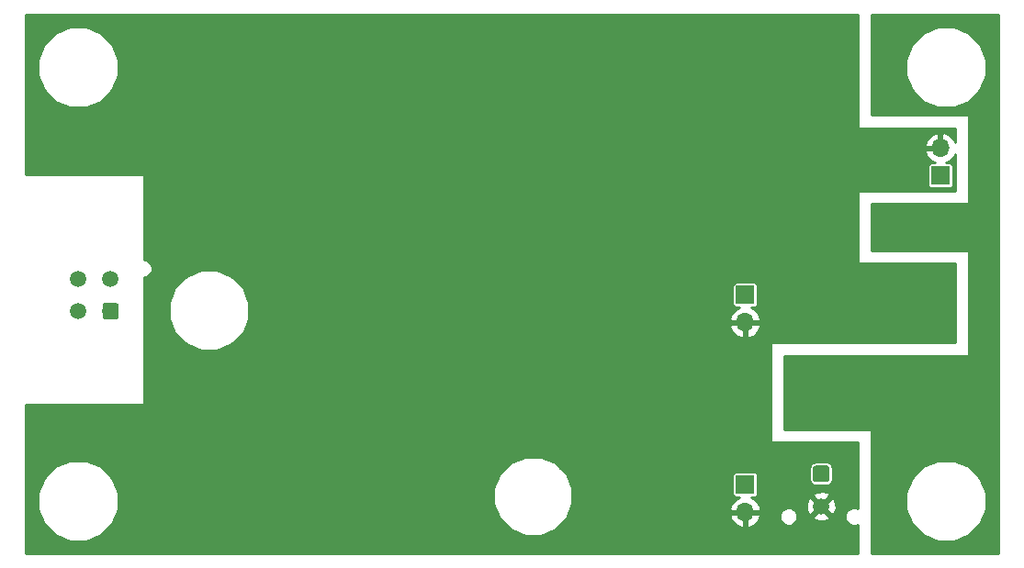
<source format=gbr>
G04 #@! TF.GenerationSoftware,KiCad,Pcbnew,(5.0.1-3-g963ef8bb5)*
G04 #@! TF.CreationDate,2019-08-31T01:17:06-07:00*
G04 #@! TF.ProjectId,gppr,677070722E6B696361645F7063620000,rev?*
G04 #@! TF.SameCoordinates,Original*
G04 #@! TF.FileFunction,Copper,L2,Bot,Mixed*
G04 #@! TF.FilePolarity,Positive*
%FSLAX46Y46*%
G04 Gerber Fmt 4.6, Leading zero omitted, Abs format (unit mm)*
G04 Created by KiCad (PCBNEW (5.0.1-3-g963ef8bb5)) date Saturday, August 31, 2019 at 01:17:06 AM*
%MOMM*%
%LPD*%
G01*
G04 APERTURE LIST*
G04 #@! TA.AperFunction,Conductor*
%ADD10C,0.100000*%
G04 #@! TD*
G04 #@! TA.AperFunction,ComponentPad*
%ADD11C,1.500000*%
G04 #@! TD*
G04 #@! TA.AperFunction,ComponentPad*
%ADD12R,1.700000X1.700000*%
G04 #@! TD*
G04 #@! TA.AperFunction,ComponentPad*
%ADD13O,1.700000X1.700000*%
G04 #@! TD*
G04 #@! TA.AperFunction,ViaPad*
%ADD14C,1.000000*%
G04 #@! TD*
G04 #@! TA.AperFunction,Conductor*
%ADD15C,0.254000*%
G04 #@! TD*
G04 APERTURE END LIST*
D10*
G04 #@! TO.N,Net-(D3-Pad2)*
G04 #@! TO.C,J1*
G36*
X108524504Y-126751204D02*
X108548773Y-126754804D01*
X108572571Y-126760765D01*
X108595671Y-126769030D01*
X108617849Y-126779520D01*
X108638893Y-126792133D01*
X108658598Y-126806747D01*
X108676777Y-126823223D01*
X108693253Y-126841402D01*
X108707867Y-126861107D01*
X108720480Y-126882151D01*
X108730970Y-126904329D01*
X108739235Y-126927429D01*
X108745196Y-126951227D01*
X108748796Y-126975496D01*
X108750000Y-127000000D01*
X108750000Y-128000000D01*
X108748796Y-128024504D01*
X108745196Y-128048773D01*
X108739235Y-128072571D01*
X108730970Y-128095671D01*
X108720480Y-128117849D01*
X108707867Y-128138893D01*
X108693253Y-128158598D01*
X108676777Y-128176777D01*
X108658598Y-128193253D01*
X108638893Y-128207867D01*
X108617849Y-128220480D01*
X108595671Y-128230970D01*
X108572571Y-128239235D01*
X108548773Y-128245196D01*
X108524504Y-128248796D01*
X108500000Y-128250000D01*
X107500000Y-128250000D01*
X107475496Y-128248796D01*
X107451227Y-128245196D01*
X107427429Y-128239235D01*
X107404329Y-128230970D01*
X107382151Y-128220480D01*
X107361107Y-128207867D01*
X107341402Y-128193253D01*
X107323223Y-128176777D01*
X107306747Y-128158598D01*
X107292133Y-128138893D01*
X107279520Y-128117849D01*
X107269030Y-128095671D01*
X107260765Y-128072571D01*
X107254804Y-128048773D01*
X107251204Y-128024504D01*
X107250000Y-128000000D01*
X107250000Y-127000000D01*
X107251204Y-126975496D01*
X107254804Y-126951227D01*
X107260765Y-126927429D01*
X107269030Y-126904329D01*
X107279520Y-126882151D01*
X107292133Y-126861107D01*
X107306747Y-126841402D01*
X107323223Y-126823223D01*
X107341402Y-126806747D01*
X107361107Y-126792133D01*
X107382151Y-126779520D01*
X107404329Y-126769030D01*
X107427429Y-126760765D01*
X107451227Y-126754804D01*
X107475496Y-126751204D01*
X107500000Y-126750000D01*
X108500000Y-126750000D01*
X108524504Y-126751204D01*
X108524504Y-126751204D01*
G37*
D11*
G04 #@! TD*
G04 #@! TO.P,J1,1*
G04 #@! TO.N,Net-(D3-Pad2)*
X108000000Y-127500000D03*
G04 #@! TO.P,J1,2*
G04 #@! TO.N,Net-(D1-Pad2)*
X105000000Y-127500000D03*
G04 #@! TO.P,J1,3*
G04 #@! TO.N,Net-(D3-Pad2)*
X108000000Y-124500000D03*
G04 #@! TO.P,J1,4*
G04 #@! TO.N,Net-(D1-Pad2)*
X105000000Y-124500000D03*
G04 #@! TD*
D10*
G04 #@! TO.N,Net-(C4-Pad1)*
G04 #@! TO.C,J2*
G36*
X174024504Y-141751204D02*
X174048773Y-141754804D01*
X174072571Y-141760765D01*
X174095671Y-141769030D01*
X174117849Y-141779520D01*
X174138893Y-141792133D01*
X174158598Y-141806747D01*
X174176777Y-141823223D01*
X174193253Y-141841402D01*
X174207867Y-141861107D01*
X174220480Y-141882151D01*
X174230970Y-141904329D01*
X174239235Y-141927429D01*
X174245196Y-141951227D01*
X174248796Y-141975496D01*
X174250000Y-142000000D01*
X174250000Y-143000000D01*
X174248796Y-143024504D01*
X174245196Y-143048773D01*
X174239235Y-143072571D01*
X174230970Y-143095671D01*
X174220480Y-143117849D01*
X174207867Y-143138893D01*
X174193253Y-143158598D01*
X174176777Y-143176777D01*
X174158598Y-143193253D01*
X174138893Y-143207867D01*
X174117849Y-143220480D01*
X174095671Y-143230970D01*
X174072571Y-143239235D01*
X174048773Y-143245196D01*
X174024504Y-143248796D01*
X174000000Y-143250000D01*
X173000000Y-143250000D01*
X172975496Y-143248796D01*
X172951227Y-143245196D01*
X172927429Y-143239235D01*
X172904329Y-143230970D01*
X172882151Y-143220480D01*
X172861107Y-143207867D01*
X172841402Y-143193253D01*
X172823223Y-143176777D01*
X172806747Y-143158598D01*
X172792133Y-143138893D01*
X172779520Y-143117849D01*
X172769030Y-143095671D01*
X172760765Y-143072571D01*
X172754804Y-143048773D01*
X172751204Y-143024504D01*
X172750000Y-143000000D01*
X172750000Y-142000000D01*
X172751204Y-141975496D01*
X172754804Y-141951227D01*
X172760765Y-141927429D01*
X172769030Y-141904329D01*
X172779520Y-141882151D01*
X172792133Y-141861107D01*
X172806747Y-141841402D01*
X172823223Y-141823223D01*
X172841402Y-141806747D01*
X172861107Y-141792133D01*
X172882151Y-141779520D01*
X172904329Y-141769030D01*
X172927429Y-141760765D01*
X172951227Y-141754804D01*
X172975496Y-141751204D01*
X173000000Y-141750000D01*
X174000000Y-141750000D01*
X174024504Y-141751204D01*
X174024504Y-141751204D01*
G37*
D11*
G04 #@! TD*
G04 #@! TO.P,J2,1*
G04 #@! TO.N,Net-(C4-Pad1)*
X173500000Y-142500000D03*
G04 #@! TO.P,J2,2*
G04 #@! TO.N,GND*
X173500000Y-145500000D03*
G04 #@! TD*
D12*
G04 #@! TO.P,TP1,1*
G04 #@! TO.N,Net-(C6-Pad1)*
X184500000Y-115000000D03*
D13*
G04 #@! TO.P,TP1,2*
G04 #@! TO.N,GND*
X184500000Y-112460000D03*
G04 #@! TD*
G04 #@! TO.P,TP2,2*
G04 #@! TO.N,GND*
X166500000Y-128540000D03*
D12*
G04 #@! TO.P,TP2,1*
G04 #@! TO.N,Net-(D5-Pad2)*
X166500000Y-126000000D03*
G04 #@! TD*
G04 #@! TO.P,TP3,1*
G04 #@! TO.N,Net-(C4-Pad1)*
X166500000Y-143500000D03*
D13*
G04 #@! TO.P,TP3,2*
G04 #@! TO.N,GND*
X166500000Y-146040000D03*
G04 #@! TD*
D14*
G04 #@! TO.N,GND*
X112500000Y-136000000D03*
X114500000Y-136000000D03*
X116500000Y-136000000D03*
X112500000Y-138000000D03*
X114500000Y-138000000D03*
X116500000Y-138000000D03*
X184500000Y-127000000D03*
X184500000Y-125000000D03*
X184500000Y-129000000D03*
X165500000Y-103500000D03*
X163500000Y-103500000D03*
X165500000Y-105500000D03*
X163500000Y-105500000D03*
X165500000Y-107500000D03*
X163500000Y-107500000D03*
X148000000Y-103500000D03*
X146000000Y-103500000D03*
X148000000Y-105500000D03*
X146000000Y-105500000D03*
X148000000Y-107500000D03*
X146000000Y-107500000D03*
X128500000Y-103500000D03*
X130500000Y-103500000D03*
X130500000Y-105500000D03*
X128500000Y-105500000D03*
X130500000Y-107500000D03*
X128500000Y-107500000D03*
X111000000Y-103500000D03*
X113000000Y-103500000D03*
X113000000Y-105500000D03*
X111000000Y-105500000D03*
X113000000Y-107500000D03*
X111000000Y-107500000D03*
X152500000Y-135000000D03*
X152500000Y-132000000D03*
X149500000Y-135000000D03*
X149500000Y-132000000D03*
X146500000Y-135000000D03*
X146500000Y-132000000D03*
X149500000Y-129000000D03*
X146500000Y-129000000D03*
X149500000Y-126000000D03*
X146500000Y-126000000D03*
X149500000Y-138000000D03*
X146500000Y-138000000D03*
X163500000Y-146000000D03*
X166500000Y-131000000D03*
X164500000Y-131000000D03*
G04 #@! TO.N,Net-(Q1-Pad2)*
X186000000Y-134000000D03*
X183000000Y-134000000D03*
X180000000Y-134000000D03*
X186000000Y-137000000D03*
X183000000Y-137000000D03*
X180000000Y-137000000D03*
X186000000Y-140000000D03*
X183000000Y-140000000D03*
X180000000Y-140000000D03*
X180000000Y-143000000D03*
X180000000Y-146000000D03*
X186000000Y-120000000D03*
X183000000Y-120000000D03*
X180000000Y-120000000D03*
X180000000Y-108000000D03*
X180000000Y-105000000D03*
X180000000Y-102000000D03*
G04 #@! TD*
D15*
G04 #@! TO.N,Net-(Q1-Pad2)*
G36*
X189823001Y-149823000D02*
X178127000Y-149823000D01*
X178127000Y-144258654D01*
X181273000Y-144258654D01*
X181273000Y-145741346D01*
X181840402Y-147111176D01*
X182888824Y-148159598D01*
X184258654Y-148727000D01*
X185741346Y-148727000D01*
X187111176Y-148159598D01*
X188159598Y-147111176D01*
X188727000Y-145741346D01*
X188727000Y-144258654D01*
X188159598Y-142888824D01*
X187111176Y-141840402D01*
X185741346Y-141273000D01*
X184258654Y-141273000D01*
X182888824Y-141840402D01*
X181840402Y-142888824D01*
X181273000Y-144258654D01*
X178127000Y-144258654D01*
X178127000Y-138500000D01*
X178117333Y-138451399D01*
X178089803Y-138410197D01*
X178048601Y-138382667D01*
X178000000Y-138373000D01*
X170127000Y-138373000D01*
X170127000Y-131627000D01*
X187000000Y-131627000D01*
X187048601Y-131617333D01*
X187089803Y-131589803D01*
X187117333Y-131548601D01*
X187127000Y-131500000D01*
X187127000Y-122000000D01*
X187117333Y-121951399D01*
X187089803Y-121910197D01*
X187048601Y-121882667D01*
X187000000Y-121873000D01*
X178127000Y-121873000D01*
X178127000Y-117627000D01*
X187000000Y-117627000D01*
X187048601Y-117617333D01*
X187089803Y-117589803D01*
X187117333Y-117548601D01*
X187127000Y-117500000D01*
X187127000Y-109500000D01*
X187117333Y-109451399D01*
X187089803Y-109410197D01*
X187048601Y-109382667D01*
X187000000Y-109373000D01*
X178127000Y-109373000D01*
X178127000Y-104258654D01*
X181273000Y-104258654D01*
X181273000Y-105741346D01*
X181840402Y-107111176D01*
X182888824Y-108159598D01*
X184258654Y-108727000D01*
X185741346Y-108727000D01*
X187111176Y-108159598D01*
X188159598Y-107111176D01*
X188727000Y-105741346D01*
X188727000Y-104258654D01*
X188159598Y-102888824D01*
X187111176Y-101840402D01*
X185741346Y-101273000D01*
X184258654Y-101273000D01*
X182888824Y-101840402D01*
X181840402Y-102888824D01*
X181273000Y-104258654D01*
X178127000Y-104258654D01*
X178127000Y-100177000D01*
X189823000Y-100177000D01*
X189823001Y-149823000D01*
X189823001Y-149823000D01*
G37*
X189823001Y-149823000D02*
X178127000Y-149823000D01*
X178127000Y-144258654D01*
X181273000Y-144258654D01*
X181273000Y-145741346D01*
X181840402Y-147111176D01*
X182888824Y-148159598D01*
X184258654Y-148727000D01*
X185741346Y-148727000D01*
X187111176Y-148159598D01*
X188159598Y-147111176D01*
X188727000Y-145741346D01*
X188727000Y-144258654D01*
X188159598Y-142888824D01*
X187111176Y-141840402D01*
X185741346Y-141273000D01*
X184258654Y-141273000D01*
X182888824Y-141840402D01*
X181840402Y-142888824D01*
X181273000Y-144258654D01*
X178127000Y-144258654D01*
X178127000Y-138500000D01*
X178117333Y-138451399D01*
X178089803Y-138410197D01*
X178048601Y-138382667D01*
X178000000Y-138373000D01*
X170127000Y-138373000D01*
X170127000Y-131627000D01*
X187000000Y-131627000D01*
X187048601Y-131617333D01*
X187089803Y-131589803D01*
X187117333Y-131548601D01*
X187127000Y-131500000D01*
X187127000Y-122000000D01*
X187117333Y-121951399D01*
X187089803Y-121910197D01*
X187048601Y-121882667D01*
X187000000Y-121873000D01*
X178127000Y-121873000D01*
X178127000Y-117627000D01*
X187000000Y-117627000D01*
X187048601Y-117617333D01*
X187089803Y-117589803D01*
X187117333Y-117548601D01*
X187127000Y-117500000D01*
X187127000Y-109500000D01*
X187117333Y-109451399D01*
X187089803Y-109410197D01*
X187048601Y-109382667D01*
X187000000Y-109373000D01*
X178127000Y-109373000D01*
X178127000Y-104258654D01*
X181273000Y-104258654D01*
X181273000Y-105741346D01*
X181840402Y-107111176D01*
X182888824Y-108159598D01*
X184258654Y-108727000D01*
X185741346Y-108727000D01*
X187111176Y-108159598D01*
X188159598Y-107111176D01*
X188727000Y-105741346D01*
X188727000Y-104258654D01*
X188159598Y-102888824D01*
X187111176Y-101840402D01*
X185741346Y-101273000D01*
X184258654Y-101273000D01*
X182888824Y-101840402D01*
X181840402Y-102888824D01*
X181273000Y-104258654D01*
X178127000Y-104258654D01*
X178127000Y-100177000D01*
X189823000Y-100177000D01*
X189823001Y-149823000D01*
G04 #@! TO.N,GND*
G36*
X176873000Y-110500000D02*
X176882667Y-110548601D01*
X176910197Y-110589803D01*
X176951399Y-110617333D01*
X177000000Y-110627000D01*
X185873000Y-110627000D01*
X185873000Y-111937784D01*
X185771645Y-111693076D01*
X185381358Y-111264817D01*
X184856892Y-111018514D01*
X184627000Y-111139181D01*
X184627000Y-112333000D01*
X184647000Y-112333000D01*
X184647000Y-112587000D01*
X184627000Y-112587000D01*
X184627000Y-112607000D01*
X184373000Y-112607000D01*
X184373000Y-112587000D01*
X183179845Y-112587000D01*
X183058524Y-112816890D01*
X183228355Y-113226924D01*
X183618642Y-113655183D01*
X183962343Y-113816594D01*
X183650000Y-113816594D01*
X183522411Y-113841973D01*
X183414246Y-113914246D01*
X183341973Y-114022411D01*
X183316594Y-114150000D01*
X183316594Y-115850000D01*
X183341973Y-115977589D01*
X183414246Y-116085754D01*
X183522411Y-116158027D01*
X183650000Y-116183406D01*
X185350000Y-116183406D01*
X185477589Y-116158027D01*
X185585754Y-116085754D01*
X185658027Y-115977589D01*
X185683406Y-115850000D01*
X185683406Y-114150000D01*
X185658027Y-114022411D01*
X185585754Y-113914246D01*
X185477589Y-113841973D01*
X185350000Y-113816594D01*
X185037657Y-113816594D01*
X185381358Y-113655183D01*
X185771645Y-113226924D01*
X185873000Y-112982216D01*
X185873000Y-116373000D01*
X177000000Y-116373000D01*
X176951399Y-116382667D01*
X176910197Y-116410197D01*
X176882667Y-116451399D01*
X176873000Y-116500000D01*
X176873000Y-123000000D01*
X176882667Y-123048601D01*
X176910197Y-123089803D01*
X176951399Y-123117333D01*
X177000000Y-123127000D01*
X185873000Y-123127000D01*
X185873000Y-130373000D01*
X169000000Y-130373000D01*
X168951399Y-130382667D01*
X168910197Y-130410197D01*
X168882667Y-130451399D01*
X168873000Y-130500000D01*
X168873000Y-139500000D01*
X168882667Y-139548601D01*
X168910197Y-139589803D01*
X168951399Y-139617333D01*
X169000000Y-139627000D01*
X176873000Y-139627000D01*
X176873000Y-145699363D01*
X176664501Y-145613000D01*
X176335499Y-145613000D01*
X176031542Y-145738903D01*
X175798903Y-145971542D01*
X175673000Y-146275499D01*
X175673000Y-146604501D01*
X175798903Y-146908458D01*
X176031542Y-147141097D01*
X176335499Y-147267000D01*
X176664501Y-147267000D01*
X176873000Y-147180637D01*
X176873000Y-149823000D01*
X100177000Y-149823000D01*
X100177000Y-144258654D01*
X101273000Y-144258654D01*
X101273000Y-145741346D01*
X101840402Y-147111176D01*
X102888824Y-148159598D01*
X104258654Y-148727000D01*
X105741346Y-148727000D01*
X107111176Y-148159598D01*
X108159598Y-147111176D01*
X108727000Y-145741346D01*
X108727000Y-144258654D01*
X108557128Y-143848545D01*
X143303000Y-143848545D01*
X143303000Y-145291455D01*
X143855178Y-146624530D01*
X144875470Y-147644822D01*
X146208545Y-148197000D01*
X147651455Y-148197000D01*
X148984530Y-147644822D01*
X150004822Y-146624530D01*
X150099113Y-146396890D01*
X165058524Y-146396890D01*
X165228355Y-146806924D01*
X165618642Y-147235183D01*
X166143108Y-147481486D01*
X166373000Y-147360819D01*
X166373000Y-146167000D01*
X166627000Y-146167000D01*
X166627000Y-147360819D01*
X166856892Y-147481486D01*
X167381358Y-147235183D01*
X167771645Y-146806924D01*
X167941476Y-146396890D01*
X167877414Y-146275499D01*
X169673000Y-146275499D01*
X169673000Y-146604501D01*
X169798903Y-146908458D01*
X170031542Y-147141097D01*
X170335499Y-147267000D01*
X170664501Y-147267000D01*
X170968458Y-147141097D01*
X171201097Y-146908458D01*
X171327000Y-146604501D01*
X171327000Y-146471517D01*
X172708088Y-146471517D01*
X172776077Y-146712460D01*
X173295171Y-146897201D01*
X173845448Y-146869230D01*
X174223923Y-146712460D01*
X174291912Y-146471517D01*
X173500000Y-145679605D01*
X172708088Y-146471517D01*
X171327000Y-146471517D01*
X171327000Y-146275499D01*
X171201097Y-145971542D01*
X170968458Y-145738903D01*
X170664501Y-145613000D01*
X170335499Y-145613000D01*
X170031542Y-145738903D01*
X169798903Y-145971542D01*
X169673000Y-146275499D01*
X167877414Y-146275499D01*
X167820155Y-146167000D01*
X166627000Y-146167000D01*
X166373000Y-146167000D01*
X165179845Y-146167000D01*
X165058524Y-146396890D01*
X150099113Y-146396890D01*
X150394770Y-145683110D01*
X165058524Y-145683110D01*
X165179845Y-145913000D01*
X166373000Y-145913000D01*
X166373000Y-145893000D01*
X166627000Y-145893000D01*
X166627000Y-145913000D01*
X167820155Y-145913000D01*
X167941476Y-145683110D01*
X167780797Y-145295171D01*
X172102799Y-145295171D01*
X172130770Y-145845448D01*
X172287540Y-146223923D01*
X172528483Y-146291912D01*
X173320395Y-145500000D01*
X173679605Y-145500000D01*
X174471517Y-146291912D01*
X174712460Y-146223923D01*
X174897201Y-145704829D01*
X174869230Y-145154552D01*
X174712460Y-144776077D01*
X174471517Y-144708088D01*
X173679605Y-145500000D01*
X173320395Y-145500000D01*
X172528483Y-144708088D01*
X172287540Y-144776077D01*
X172102799Y-145295171D01*
X167780797Y-145295171D01*
X167771645Y-145273076D01*
X167381358Y-144844817D01*
X167037657Y-144683406D01*
X167350000Y-144683406D01*
X167477589Y-144658027D01*
X167585754Y-144585754D01*
X167624020Y-144528483D01*
X172708088Y-144528483D01*
X173500000Y-145320395D01*
X174291912Y-144528483D01*
X174223923Y-144287540D01*
X173704829Y-144102799D01*
X173154552Y-144130770D01*
X172776077Y-144287540D01*
X172708088Y-144528483D01*
X167624020Y-144528483D01*
X167658027Y-144477589D01*
X167683406Y-144350000D01*
X167683406Y-142650000D01*
X167658027Y-142522411D01*
X167585754Y-142414246D01*
X167477589Y-142341973D01*
X167350000Y-142316594D01*
X165650000Y-142316594D01*
X165522411Y-142341973D01*
X165414246Y-142414246D01*
X165341973Y-142522411D01*
X165316594Y-142650000D01*
X165316594Y-144350000D01*
X165341973Y-144477589D01*
X165414246Y-144585754D01*
X165522411Y-144658027D01*
X165650000Y-144683406D01*
X165962343Y-144683406D01*
X165618642Y-144844817D01*
X165228355Y-145273076D01*
X165058524Y-145683110D01*
X150394770Y-145683110D01*
X150557000Y-145291455D01*
X150557000Y-143848545D01*
X150004822Y-142515470D01*
X149489352Y-142000000D01*
X172416594Y-142000000D01*
X172416594Y-143000000D01*
X172461003Y-143223260D01*
X172587470Y-143412530D01*
X172776740Y-143538997D01*
X173000000Y-143583406D01*
X174000000Y-143583406D01*
X174223260Y-143538997D01*
X174412530Y-143412530D01*
X174538997Y-143223260D01*
X174583406Y-143000000D01*
X174583406Y-142000000D01*
X174538997Y-141776740D01*
X174412530Y-141587470D01*
X174223260Y-141461003D01*
X174000000Y-141416594D01*
X173000000Y-141416594D01*
X172776740Y-141461003D01*
X172587470Y-141587470D01*
X172461003Y-141776740D01*
X172416594Y-142000000D01*
X149489352Y-142000000D01*
X148984530Y-141495178D01*
X147651455Y-140943000D01*
X146208545Y-140943000D01*
X144875470Y-141495178D01*
X143855178Y-142515470D01*
X143303000Y-143848545D01*
X108557128Y-143848545D01*
X108159598Y-142888824D01*
X107111176Y-141840402D01*
X105741346Y-141273000D01*
X104258654Y-141273000D01*
X102888824Y-141840402D01*
X101840402Y-142888824D01*
X101273000Y-144258654D01*
X100177000Y-144258654D01*
X100177000Y-136127000D01*
X111000000Y-136127000D01*
X111048601Y-136117333D01*
X111089803Y-136089803D01*
X111117333Y-136048601D01*
X111127000Y-136000000D01*
X111127000Y-126690643D01*
X113353000Y-126690643D01*
X113353000Y-128169357D01*
X113918880Y-129535511D01*
X114964489Y-130581120D01*
X116330643Y-131147000D01*
X117809357Y-131147000D01*
X119175511Y-130581120D01*
X120221120Y-129535511D01*
X120485645Y-128896890D01*
X165058524Y-128896890D01*
X165228355Y-129306924D01*
X165618642Y-129735183D01*
X166143108Y-129981486D01*
X166373000Y-129860819D01*
X166373000Y-128667000D01*
X166627000Y-128667000D01*
X166627000Y-129860819D01*
X166856892Y-129981486D01*
X167381358Y-129735183D01*
X167771645Y-129306924D01*
X167941476Y-128896890D01*
X167820155Y-128667000D01*
X166627000Y-128667000D01*
X166373000Y-128667000D01*
X165179845Y-128667000D01*
X165058524Y-128896890D01*
X120485645Y-128896890D01*
X120781303Y-128183110D01*
X165058524Y-128183110D01*
X165179845Y-128413000D01*
X166373000Y-128413000D01*
X166373000Y-128393000D01*
X166627000Y-128393000D01*
X166627000Y-128413000D01*
X167820155Y-128413000D01*
X167941476Y-128183110D01*
X167771645Y-127773076D01*
X167381358Y-127344817D01*
X167037657Y-127183406D01*
X167350000Y-127183406D01*
X167477589Y-127158027D01*
X167585754Y-127085754D01*
X167658027Y-126977589D01*
X167683406Y-126850000D01*
X167683406Y-125150000D01*
X167658027Y-125022411D01*
X167585754Y-124914246D01*
X167477589Y-124841973D01*
X167350000Y-124816594D01*
X165650000Y-124816594D01*
X165522411Y-124841973D01*
X165414246Y-124914246D01*
X165341973Y-125022411D01*
X165316594Y-125150000D01*
X165316594Y-126850000D01*
X165341973Y-126977589D01*
X165414246Y-127085754D01*
X165522411Y-127158027D01*
X165650000Y-127183406D01*
X165962343Y-127183406D01*
X165618642Y-127344817D01*
X165228355Y-127773076D01*
X165058524Y-128183110D01*
X120781303Y-128183110D01*
X120787000Y-128169357D01*
X120787000Y-126690643D01*
X120221120Y-125324489D01*
X119175511Y-124278880D01*
X117809357Y-123713000D01*
X116330643Y-123713000D01*
X114964489Y-124278880D01*
X113918880Y-125324489D01*
X113353000Y-126690643D01*
X111127000Y-126690643D01*
X111127000Y-124387000D01*
X111164501Y-124387000D01*
X111468458Y-124261097D01*
X111701097Y-124028458D01*
X111827000Y-123724501D01*
X111827000Y-123395499D01*
X111701097Y-123091542D01*
X111468458Y-122858903D01*
X111164501Y-122733000D01*
X111127000Y-122733000D01*
X111127000Y-115000000D01*
X111117333Y-114951399D01*
X111089803Y-114910197D01*
X111048601Y-114882667D01*
X111000000Y-114873000D01*
X100177000Y-114873000D01*
X100177000Y-112103110D01*
X183058524Y-112103110D01*
X183179845Y-112333000D01*
X184373000Y-112333000D01*
X184373000Y-111139181D01*
X184143108Y-111018514D01*
X183618642Y-111264817D01*
X183228355Y-111693076D01*
X183058524Y-112103110D01*
X100177000Y-112103110D01*
X100177000Y-104258654D01*
X101273000Y-104258654D01*
X101273000Y-105741346D01*
X101840402Y-107111176D01*
X102888824Y-108159598D01*
X104258654Y-108727000D01*
X105741346Y-108727000D01*
X107111176Y-108159598D01*
X108159598Y-107111176D01*
X108727000Y-105741346D01*
X108727000Y-104258654D01*
X108159598Y-102888824D01*
X107111176Y-101840402D01*
X105741346Y-101273000D01*
X104258654Y-101273000D01*
X102888824Y-101840402D01*
X101840402Y-102888824D01*
X101273000Y-104258654D01*
X100177000Y-104258654D01*
X100177000Y-100177000D01*
X176873000Y-100177000D01*
X176873000Y-110500000D01*
X176873000Y-110500000D01*
G37*
X176873000Y-110500000D02*
X176882667Y-110548601D01*
X176910197Y-110589803D01*
X176951399Y-110617333D01*
X177000000Y-110627000D01*
X185873000Y-110627000D01*
X185873000Y-111937784D01*
X185771645Y-111693076D01*
X185381358Y-111264817D01*
X184856892Y-111018514D01*
X184627000Y-111139181D01*
X184627000Y-112333000D01*
X184647000Y-112333000D01*
X184647000Y-112587000D01*
X184627000Y-112587000D01*
X184627000Y-112607000D01*
X184373000Y-112607000D01*
X184373000Y-112587000D01*
X183179845Y-112587000D01*
X183058524Y-112816890D01*
X183228355Y-113226924D01*
X183618642Y-113655183D01*
X183962343Y-113816594D01*
X183650000Y-113816594D01*
X183522411Y-113841973D01*
X183414246Y-113914246D01*
X183341973Y-114022411D01*
X183316594Y-114150000D01*
X183316594Y-115850000D01*
X183341973Y-115977589D01*
X183414246Y-116085754D01*
X183522411Y-116158027D01*
X183650000Y-116183406D01*
X185350000Y-116183406D01*
X185477589Y-116158027D01*
X185585754Y-116085754D01*
X185658027Y-115977589D01*
X185683406Y-115850000D01*
X185683406Y-114150000D01*
X185658027Y-114022411D01*
X185585754Y-113914246D01*
X185477589Y-113841973D01*
X185350000Y-113816594D01*
X185037657Y-113816594D01*
X185381358Y-113655183D01*
X185771645Y-113226924D01*
X185873000Y-112982216D01*
X185873000Y-116373000D01*
X177000000Y-116373000D01*
X176951399Y-116382667D01*
X176910197Y-116410197D01*
X176882667Y-116451399D01*
X176873000Y-116500000D01*
X176873000Y-123000000D01*
X176882667Y-123048601D01*
X176910197Y-123089803D01*
X176951399Y-123117333D01*
X177000000Y-123127000D01*
X185873000Y-123127000D01*
X185873000Y-130373000D01*
X169000000Y-130373000D01*
X168951399Y-130382667D01*
X168910197Y-130410197D01*
X168882667Y-130451399D01*
X168873000Y-130500000D01*
X168873000Y-139500000D01*
X168882667Y-139548601D01*
X168910197Y-139589803D01*
X168951399Y-139617333D01*
X169000000Y-139627000D01*
X176873000Y-139627000D01*
X176873000Y-145699363D01*
X176664501Y-145613000D01*
X176335499Y-145613000D01*
X176031542Y-145738903D01*
X175798903Y-145971542D01*
X175673000Y-146275499D01*
X175673000Y-146604501D01*
X175798903Y-146908458D01*
X176031542Y-147141097D01*
X176335499Y-147267000D01*
X176664501Y-147267000D01*
X176873000Y-147180637D01*
X176873000Y-149823000D01*
X100177000Y-149823000D01*
X100177000Y-144258654D01*
X101273000Y-144258654D01*
X101273000Y-145741346D01*
X101840402Y-147111176D01*
X102888824Y-148159598D01*
X104258654Y-148727000D01*
X105741346Y-148727000D01*
X107111176Y-148159598D01*
X108159598Y-147111176D01*
X108727000Y-145741346D01*
X108727000Y-144258654D01*
X108557128Y-143848545D01*
X143303000Y-143848545D01*
X143303000Y-145291455D01*
X143855178Y-146624530D01*
X144875470Y-147644822D01*
X146208545Y-148197000D01*
X147651455Y-148197000D01*
X148984530Y-147644822D01*
X150004822Y-146624530D01*
X150099113Y-146396890D01*
X165058524Y-146396890D01*
X165228355Y-146806924D01*
X165618642Y-147235183D01*
X166143108Y-147481486D01*
X166373000Y-147360819D01*
X166373000Y-146167000D01*
X166627000Y-146167000D01*
X166627000Y-147360819D01*
X166856892Y-147481486D01*
X167381358Y-147235183D01*
X167771645Y-146806924D01*
X167941476Y-146396890D01*
X167877414Y-146275499D01*
X169673000Y-146275499D01*
X169673000Y-146604501D01*
X169798903Y-146908458D01*
X170031542Y-147141097D01*
X170335499Y-147267000D01*
X170664501Y-147267000D01*
X170968458Y-147141097D01*
X171201097Y-146908458D01*
X171327000Y-146604501D01*
X171327000Y-146471517D01*
X172708088Y-146471517D01*
X172776077Y-146712460D01*
X173295171Y-146897201D01*
X173845448Y-146869230D01*
X174223923Y-146712460D01*
X174291912Y-146471517D01*
X173500000Y-145679605D01*
X172708088Y-146471517D01*
X171327000Y-146471517D01*
X171327000Y-146275499D01*
X171201097Y-145971542D01*
X170968458Y-145738903D01*
X170664501Y-145613000D01*
X170335499Y-145613000D01*
X170031542Y-145738903D01*
X169798903Y-145971542D01*
X169673000Y-146275499D01*
X167877414Y-146275499D01*
X167820155Y-146167000D01*
X166627000Y-146167000D01*
X166373000Y-146167000D01*
X165179845Y-146167000D01*
X165058524Y-146396890D01*
X150099113Y-146396890D01*
X150394770Y-145683110D01*
X165058524Y-145683110D01*
X165179845Y-145913000D01*
X166373000Y-145913000D01*
X166373000Y-145893000D01*
X166627000Y-145893000D01*
X166627000Y-145913000D01*
X167820155Y-145913000D01*
X167941476Y-145683110D01*
X167780797Y-145295171D01*
X172102799Y-145295171D01*
X172130770Y-145845448D01*
X172287540Y-146223923D01*
X172528483Y-146291912D01*
X173320395Y-145500000D01*
X173679605Y-145500000D01*
X174471517Y-146291912D01*
X174712460Y-146223923D01*
X174897201Y-145704829D01*
X174869230Y-145154552D01*
X174712460Y-144776077D01*
X174471517Y-144708088D01*
X173679605Y-145500000D01*
X173320395Y-145500000D01*
X172528483Y-144708088D01*
X172287540Y-144776077D01*
X172102799Y-145295171D01*
X167780797Y-145295171D01*
X167771645Y-145273076D01*
X167381358Y-144844817D01*
X167037657Y-144683406D01*
X167350000Y-144683406D01*
X167477589Y-144658027D01*
X167585754Y-144585754D01*
X167624020Y-144528483D01*
X172708088Y-144528483D01*
X173500000Y-145320395D01*
X174291912Y-144528483D01*
X174223923Y-144287540D01*
X173704829Y-144102799D01*
X173154552Y-144130770D01*
X172776077Y-144287540D01*
X172708088Y-144528483D01*
X167624020Y-144528483D01*
X167658027Y-144477589D01*
X167683406Y-144350000D01*
X167683406Y-142650000D01*
X167658027Y-142522411D01*
X167585754Y-142414246D01*
X167477589Y-142341973D01*
X167350000Y-142316594D01*
X165650000Y-142316594D01*
X165522411Y-142341973D01*
X165414246Y-142414246D01*
X165341973Y-142522411D01*
X165316594Y-142650000D01*
X165316594Y-144350000D01*
X165341973Y-144477589D01*
X165414246Y-144585754D01*
X165522411Y-144658027D01*
X165650000Y-144683406D01*
X165962343Y-144683406D01*
X165618642Y-144844817D01*
X165228355Y-145273076D01*
X165058524Y-145683110D01*
X150394770Y-145683110D01*
X150557000Y-145291455D01*
X150557000Y-143848545D01*
X150004822Y-142515470D01*
X149489352Y-142000000D01*
X172416594Y-142000000D01*
X172416594Y-143000000D01*
X172461003Y-143223260D01*
X172587470Y-143412530D01*
X172776740Y-143538997D01*
X173000000Y-143583406D01*
X174000000Y-143583406D01*
X174223260Y-143538997D01*
X174412530Y-143412530D01*
X174538997Y-143223260D01*
X174583406Y-143000000D01*
X174583406Y-142000000D01*
X174538997Y-141776740D01*
X174412530Y-141587470D01*
X174223260Y-141461003D01*
X174000000Y-141416594D01*
X173000000Y-141416594D01*
X172776740Y-141461003D01*
X172587470Y-141587470D01*
X172461003Y-141776740D01*
X172416594Y-142000000D01*
X149489352Y-142000000D01*
X148984530Y-141495178D01*
X147651455Y-140943000D01*
X146208545Y-140943000D01*
X144875470Y-141495178D01*
X143855178Y-142515470D01*
X143303000Y-143848545D01*
X108557128Y-143848545D01*
X108159598Y-142888824D01*
X107111176Y-141840402D01*
X105741346Y-141273000D01*
X104258654Y-141273000D01*
X102888824Y-141840402D01*
X101840402Y-142888824D01*
X101273000Y-144258654D01*
X100177000Y-144258654D01*
X100177000Y-136127000D01*
X111000000Y-136127000D01*
X111048601Y-136117333D01*
X111089803Y-136089803D01*
X111117333Y-136048601D01*
X111127000Y-136000000D01*
X111127000Y-126690643D01*
X113353000Y-126690643D01*
X113353000Y-128169357D01*
X113918880Y-129535511D01*
X114964489Y-130581120D01*
X116330643Y-131147000D01*
X117809357Y-131147000D01*
X119175511Y-130581120D01*
X120221120Y-129535511D01*
X120485645Y-128896890D01*
X165058524Y-128896890D01*
X165228355Y-129306924D01*
X165618642Y-129735183D01*
X166143108Y-129981486D01*
X166373000Y-129860819D01*
X166373000Y-128667000D01*
X166627000Y-128667000D01*
X166627000Y-129860819D01*
X166856892Y-129981486D01*
X167381358Y-129735183D01*
X167771645Y-129306924D01*
X167941476Y-128896890D01*
X167820155Y-128667000D01*
X166627000Y-128667000D01*
X166373000Y-128667000D01*
X165179845Y-128667000D01*
X165058524Y-128896890D01*
X120485645Y-128896890D01*
X120781303Y-128183110D01*
X165058524Y-128183110D01*
X165179845Y-128413000D01*
X166373000Y-128413000D01*
X166373000Y-128393000D01*
X166627000Y-128393000D01*
X166627000Y-128413000D01*
X167820155Y-128413000D01*
X167941476Y-128183110D01*
X167771645Y-127773076D01*
X167381358Y-127344817D01*
X167037657Y-127183406D01*
X167350000Y-127183406D01*
X167477589Y-127158027D01*
X167585754Y-127085754D01*
X167658027Y-126977589D01*
X167683406Y-126850000D01*
X167683406Y-125150000D01*
X167658027Y-125022411D01*
X167585754Y-124914246D01*
X167477589Y-124841973D01*
X167350000Y-124816594D01*
X165650000Y-124816594D01*
X165522411Y-124841973D01*
X165414246Y-124914246D01*
X165341973Y-125022411D01*
X165316594Y-125150000D01*
X165316594Y-126850000D01*
X165341973Y-126977589D01*
X165414246Y-127085754D01*
X165522411Y-127158027D01*
X165650000Y-127183406D01*
X165962343Y-127183406D01*
X165618642Y-127344817D01*
X165228355Y-127773076D01*
X165058524Y-128183110D01*
X120781303Y-128183110D01*
X120787000Y-128169357D01*
X120787000Y-126690643D01*
X120221120Y-125324489D01*
X119175511Y-124278880D01*
X117809357Y-123713000D01*
X116330643Y-123713000D01*
X114964489Y-124278880D01*
X113918880Y-125324489D01*
X113353000Y-126690643D01*
X111127000Y-126690643D01*
X111127000Y-124387000D01*
X111164501Y-124387000D01*
X111468458Y-124261097D01*
X111701097Y-124028458D01*
X111827000Y-123724501D01*
X111827000Y-123395499D01*
X111701097Y-123091542D01*
X111468458Y-122858903D01*
X111164501Y-122733000D01*
X111127000Y-122733000D01*
X111127000Y-115000000D01*
X111117333Y-114951399D01*
X111089803Y-114910197D01*
X111048601Y-114882667D01*
X111000000Y-114873000D01*
X100177000Y-114873000D01*
X100177000Y-112103110D01*
X183058524Y-112103110D01*
X183179845Y-112333000D01*
X184373000Y-112333000D01*
X184373000Y-111139181D01*
X184143108Y-111018514D01*
X183618642Y-111264817D01*
X183228355Y-111693076D01*
X183058524Y-112103110D01*
X100177000Y-112103110D01*
X100177000Y-104258654D01*
X101273000Y-104258654D01*
X101273000Y-105741346D01*
X101840402Y-107111176D01*
X102888824Y-108159598D01*
X104258654Y-108727000D01*
X105741346Y-108727000D01*
X107111176Y-108159598D01*
X108159598Y-107111176D01*
X108727000Y-105741346D01*
X108727000Y-104258654D01*
X108159598Y-102888824D01*
X107111176Y-101840402D01*
X105741346Y-101273000D01*
X104258654Y-101273000D01*
X102888824Y-101840402D01*
X101840402Y-102888824D01*
X101273000Y-104258654D01*
X100177000Y-104258654D01*
X100177000Y-100177000D01*
X176873000Y-100177000D01*
X176873000Y-110500000D01*
G04 #@! TD*
M02*

</source>
